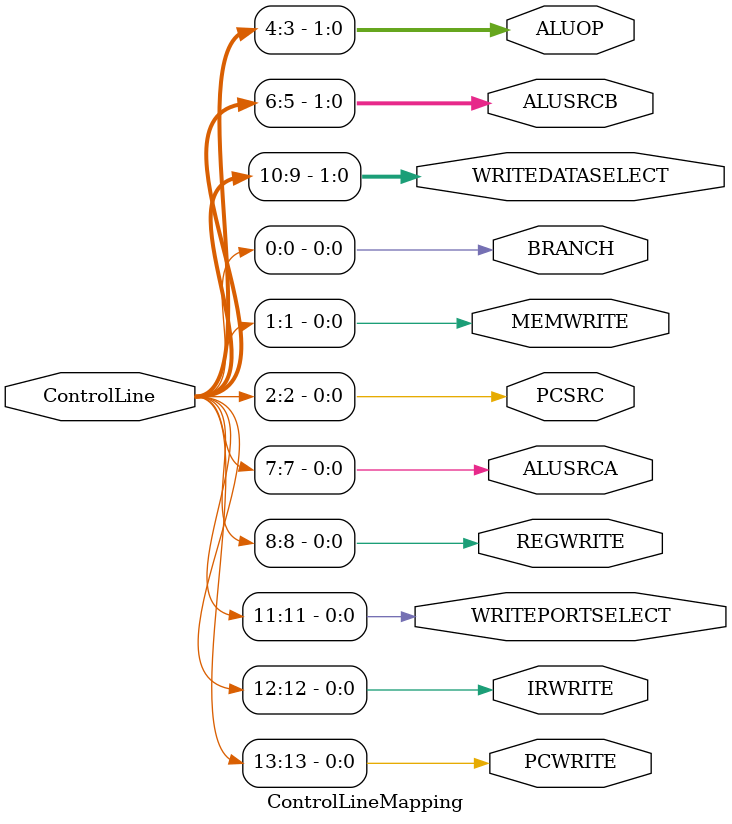
<source format=v>
`timescale 1ns / 1ps
module ControlLineMapping(
		PCWRITE,
		IRWRITE,
		WRITEPORTSELECT,
		WRITEDATASELECT,
		REGWRITE,
		ALUSRCA,
		ALUSRCB,
		ALUOP,
		PCSRC,
		MEMWRITE,
		BRANCH,
		ControlLine);

output reg	PCWRITE,
				IRWRITE,
				WRITEPORTSELECT,
				REGWRITE,
				ALUSRCA,
				PCSRC,
				MEMWRITE,
				BRANCH;
output reg [1:0]
			WRITEDATASELECT,
			ALUSRCB,
			ALUOP;
			
input [13:0] ControlLine;
			
always@(ControlLine)
begin 
PCWRITE = ControlLine[13];
IRWRITE = ControlLine[12];
WRITEPORTSELECT = ControlLine[11];
WRITEDATASELECT = ControlLine[10:9];
REGWRITE = ControlLine[8];
ALUSRCA = ControlLine[7];
ALUSRCB = ControlLine[6:5];
ALUOP = ControlLine[4:3];
PCSRC = ControlLine[2];
MEMWRITE = ControlLine[1];
BRANCH = ControlLine[0];
end
endmodule

</source>
